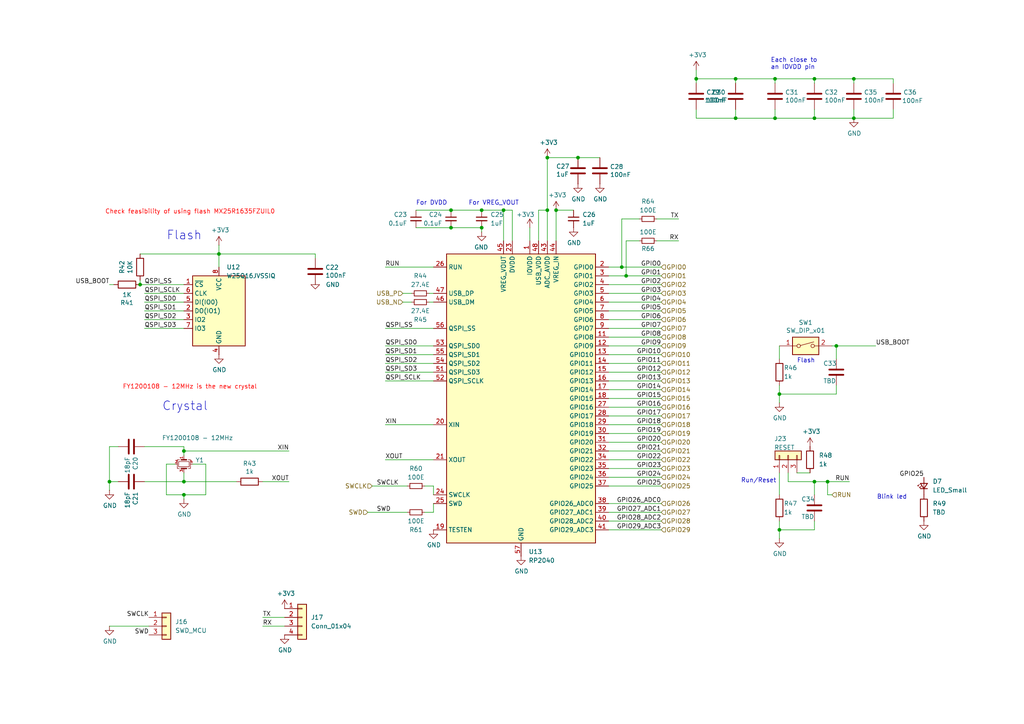
<source format=kicad_sch>
(kicad_sch (version 20231120) (generator "eeschema") (generator_version "8.0")
  (paper "A4")
  (lib_symbols
    (symbol "Connector_Generic:Conn_01x03" (pin_names (offset 1.016) hide)
      (property "Reference" "J" (at 0 5.08 0))
      (property "Value" "Conn_01x03" (at 0 -5.08 0))
      (symbol "Conn_01x03_1_1"
        (rectangle (start -1.27 -2.413) (end 0 -2.667) (stroke (width 0.1524)))
        (rectangle (start -1.27 0.127) (end 0 -0.127) (stroke (width 0.1524)))
        (rectangle (start -1.27 2.667) (end 0 2.413) (stroke (width 0.1524)))
        (rectangle (start -1.27 3.81) (end 1.27 -3.81) (stroke (width 0.254)) (fill (type background)))
        (pin passive line (at -5.08 2.54 0) (length 3.81) (name "Pin_1") (number "1"))
        (pin passive line (at -5.08 0 0) (length 3.81) (name "Pin_2") (number "2"))
        (pin passive line (at -5.08 -2.54 0) (length 3.81) (name "Pin_3") (number "3"))
      )
    )
    (symbol "Connector_Generic:Conn_01x04" (pin_names (offset 1.016) hide)
      (property "Reference" "J" (at 0 5.08 0))
      (property "Value" "Conn_01x04" (at 0 -7.62 0))
      (symbol "Conn_01x04_1_1"
        (rectangle (start -1.27 -4.953) (end 0 -5.207) (stroke (width 0.1524)))
        (rectangle (start -1.27 -2.413) (end 0 -2.667) (stroke (width 0.1524)))
        (rectangle (start -1.27 0.127) (end 0 -0.127) (stroke (width 0.1524)))
        (rectangle (start -1.27 2.667) (end 0 2.413) (stroke (width 0.1524)))
        (rectangle (start -1.27 3.81) (end 1.27 -6.35) (stroke (width 0.254)) (fill (type background)))
        (pin passive line (at -5.08 2.54 0) (length 3.81) (name "Pin_1") (number "1"))
        (pin passive line (at -5.08 0 0) (length 3.81) (name "Pin_2") (number "2"))
        (pin passive line (at -5.08 -2.54 0) (length 3.81) (name "Pin_3") (number "3"))
        (pin passive line (at -5.08 -5.08 0) (length 3.81) (name "Pin_4") (number "4"))
      )
    )
    (symbol "Device:C" (pin_numbers hide) (pin_names (offset 0.254))
      (property "Reference" "C" (at 0.635 2.54 0))
      (property "Value" "C" (at 0.635 -2.54 0))
      (symbol "C_0_1"
        (polyline (pts (xy -2.032 -0.762) (xy 2.032 -0.762)) (stroke (width 0.508)))
        (polyline (pts (xy -2.032 0.762) (xy 2.032 0.762)) (stroke (width 0.508)))
      )
      (symbol "C_1_1"
        (pin passive line (at 0 3.81 270) (length 2.794) (name "~") (number "1"))
        (pin passive line (at 0 -3.81 90) (length 2.794) (name "~") (number "2"))
      )
    )
    (symbol "Device:C_Small" (pin_numbers hide) (pin_names (offset 0.254) hide)
      (property "Reference" "C" (at 0.254 1.778 0))
      (property "Value" "C_Small" (at 0.254 -2.032 0))
      (symbol "C_Small_0_1"
        (polyline (pts (xy -1.524 -0.508) (xy 1.524 -0.508)) (stroke (width 0.3302)))
        (polyline (pts (xy -1.524 0.508) (xy 1.524 0.508)) (stroke (width 0.3048)))
      )
      (symbol "C_Small_1_1"
        (pin passive line (at 0 2.54 270) (length 2.032) (name "~") (number "1"))
        (pin passive line (at 0 -2.54 90) (length 2.032) (name "~") (number "2"))
      )
    )
    (symbol "Device:Crystal_GND24_Small" (pin_names (offset 1.016) hide)
      (property "Reference" "Y" (at 1.27 4.445 0))
      (property "Value" "Crystal_GND24_Small" (at 1.27 2.54 0))
      (symbol "Crystal_GND24_Small_0_1"
        (rectangle (start -0.762 -1.524) (end 0.762 1.524))
        (polyline (pts (xy -1.27 -0.762) (xy -1.27 0.762)) (stroke (width 0.381)))
        (polyline (pts (xy 1.27 -0.762) (xy 1.27 0.762)) (stroke (width 0.381)))
        (polyline (pts (xy -1.27 -1.27) (xy -1.27 -1.905) (xy 1.27 -1.905) (xy 1.27 -1.27)))
        (polyline (pts (xy -1.27 1.27) (xy -1.27 1.905) (xy 1.27 1.905) (xy 1.27 1.27)))
      )
      (symbol "Crystal_GND24_Small_1_1"
        (pin passive line (at -2.54 0 0) (length 1.27) (name "1") (number "1"))
        (pin passive line (at 0 -2.54 90) (length 0.635) (name "2") (number "2"))
        (pin passive line (at 2.54 0 180) (length 1.27) (name "3") (number "3"))
        (pin passive line (at 0 2.54 270) (length 0.635) (name "4") (number "4"))
      )
    )
    (symbol "Device:LED_Small" (pin_numbers hide) (pin_names (offset 0.254) hide)
      (property "Reference" "D" (at -1.27 3.175 0))
      (property "Value" "LED_Small" (at -4.445 -2.54 0))
      (symbol "LED_Small_0_1"
        (polyline (pts (xy -0.762 -1.016) (xy -0.762 1.016)) (stroke (width 0.254)))
        (polyline (pts (xy 1.016 0) (xy -0.762 0)))
        (polyline (pts (xy 0.762 -1.016) (xy -0.762 0) (xy 0.762 1.016) (xy 0.762 -1.016)) (stroke (width 0.254)))
        (polyline (pts (xy 0 0.762) (xy -0.508 1.27) (xy -0.254 1.27) (xy -0.508 1.27) (xy -0.508 1.016)))
        (polyline (pts (xy 0.508 1.27) (xy 0 1.778) (xy 0.254 1.778) (xy 0 1.778) (xy 0 1.524)))
      )
      (symbol "LED_Small_1_1"
        (pin passive line (at -2.54 0 0) (length 1.778) (name "K") (number "1"))
        (pin passive line (at 2.54 0 180) (length 1.778) (name "A") (number "2"))
      )
    )
    (symbol "Device:R" (pin_numbers hide) (pin_names (offset 0))
      (property "Reference" "R" (at 2.032 0 90))
      (property "Value" "R" (at 0 0 90))
      (symbol "R_0_1"
        (rectangle (start -1.016 -2.54) (end 1.016 2.54) (stroke (width 0.254)))
      )
      (symbol "R_1_1"
        (pin passive line (at 0 3.81 270) (length 1.27) (name "~") (number "1"))
        (pin passive line (at 0 -3.81 90) (length 1.27) (name "~") (number "2"))
      )
    )
    (symbol "Device:R_Small" (pin_numbers hide) (pin_names (offset 0.254) hide)
      (property "Reference" "R" (at 0.762 0.508 0))
      (property "Value" "R_Small" (at 0.762 -1.016 0))
      (symbol "R_Small_0_1"
        (rectangle (start -0.762 1.778) (end 0.762 -1.778) (stroke (width 0.2032)))
      )
      (symbol "R_Small_1_1"
        (pin passive line (at 0 2.54 270) (length 0.762) (name "~") (number "1"))
        (pin passive line (at 0 -2.54 90) (length 0.762) (name "~") (number "2"))
      )
    )
    (symbol "MCU_RaspberryPi:RP2040"
      (property "Reference" "U" (at 17.78 45.72 0))
      (property "Value" "RP2040" (at 17.78 43.18 0))
      (symbol "RP2040_0_1"
        (rectangle (start -21.59 41.91) (end 21.59 -41.91) (stroke (width 0.254)) (fill (type background)))
      )
      (symbol "RP2040_1_1"
        (pin power_in line (at 2.54 45.72 270) (length 3.81) (name "IOVDD") (number "1"))
        (pin passive line (at 2.54 45.72 270) (length 3.81) hide (name "IOVDD") (number "10"))
        (pin bidirectional line (at 25.4 17.78 180) (length 3.81) (name "GPIO8") (number "11"))
        (pin bidirectional line (at 25.4 15.24 180) (length 3.81) (name "GPIO9") (number "12"))
        (pin bidirectional line (at 25.4 12.7 180) (length 3.81) (name "GPIO10") (number "13"))
        (pin bidirectional line (at 25.4 10.16 180) (length 3.81) (name "GPIO11") (number "14"))
        (pin bidirectional line (at 25.4 7.62 180) (length 3.81) (name "GPIO12") (number "15"))
        (pin bidirectional line (at 25.4 5.08 180) (length 3.81) (name "GPIO13") (number "16"))
        (pin bidirectional line (at 25.4 2.54 180) (length 3.81) (name "GPIO14") (number "17"))
        (pin bidirectional line (at 25.4 0 180) (length 3.81) (name "GPIO15") (number "18"))
        (pin input line (at -25.4 -38.1 0) (length 3.81) (name "TESTEN") (number "19"))
        (pin bidirectional line (at 25.4 38.1 180) (length 3.81) (name "GPIO0") (number "2"))
        (pin input line (at -25.4 -7.62 0) (length 3.81) (name "XIN") (number "20"))
        (pin passive line (at -25.4 -17.78 0) (length 3.81) (name "XOUT") (number "21"))
        (pin passive line (at 2.54 45.72 270) (length 3.81) hide (name "IOVDD") (number "22"))
        (pin power_in line (at -2.54 45.72 270) (length 3.81) (name "DVDD") (number "23"))
        (pin input line (at -25.4 -27.94 0) (length 3.81) (name "SWCLK") (number "24"))
        (pin bidirectional line (at -25.4 -30.48 0) (length 3.81) (name "SWD") (number "25"))
        (pin input line (at -25.4 38.1 0) (length 3.81) (name "RUN") (number "26"))
        (pin bidirectional line (at 25.4 -2.54 180) (length 3.81) (name "GPIO16") (number "27"))
        (pin bidirectional line (at 25.4 -5.08 180) (length 3.81) (name "GPIO17") (number "28"))
        (pin bidirectional line (at 25.4 -7.62 180) (length 3.81) (name "GPIO18") (number "29"))
        (pin bidirectional line (at 25.4 35.56 180) (length 3.81) (name "GPIO1") (number "3"))
        (pin bidirectional line (at 25.4 -10.16 180) (length 3.81) (name "GPIO19") (number "30"))
        (pin bidirectional line (at 25.4 -12.7 180) (length 3.81) (name "GPIO20") (number "31"))
        (pin bidirectional line (at 25.4 -15.24 180) (length 3.81) (name "GPIO21") (number "32"))
        (pin passive line (at 2.54 45.72 270) (length 3.81) hide (name "IOVDD") (number "33"))
        (pin bidirectional line (at 25.4 -17.78 180) (length 3.81) (name "GPIO22") (number "34"))
        (pin bidirectional line (at 25.4 -20.32 180) (length 3.81) (name "GPIO23") (number "35"))
        (pin bidirectional line (at 25.4 -22.86 180) (length 3.81) (name "GPIO24") (number "36"))
        (pin bidirectional line (at 25.4 -25.4 180) (length 3.81) (name "GPIO25") (number "37"))
        (pin bidirectional line (at 25.4 -30.48 180) (length 3.81) (name "GPIO26_ADC0") (number "38"))
        (pin bidirectional line (at 25.4 -33.02 180) (length 3.81) (name "GPIO27_ADC1") (number "39"))
        (pin bidirectional line (at 25.4 33.02 180) (length 3.81) (name "GPIO2") (number "4"))
        (pin bidirectional line (at 25.4 -35.56 180) (length 3.81) (name "GPIO28_ADC2") (number "40"))
        (pin bidirectional line (at 25.4 -38.1 180) (length 3.81) (name "GPIO29_ADC3") (number "41"))
        (pin passive line (at 2.54 45.72 270) (length 3.81) hide (name "IOVDD") (number "42"))
        (pin power_in line (at 7.62 45.72 270) (length 3.81) (name "ADC_AVDD") (number "43"))
        (pin power_in line (at 10.16 45.72 270) (length 3.81) (name "VREG_IN") (number "44"))
        (pin power_out line (at -5.08 45.72 270) (length 3.81) (name "VREG_VOUT") (number "45"))
        (pin bidirectional line (at -25.4 27.94 0) (length 3.81) (name "USB_DM") (number "46"))
        (pin bidirectional line (at -25.4 30.48 0) (length 3.81) (name "USB_DP") (number "47"))
        (pin power_in line (at 5.08 45.72 270) (length 3.81) (name "USB_VDD") (number "48"))
        (pin passive line (at 2.54 45.72 270) (length 3.81) hide (name "IOVDD") (number "49"))
        (pin bidirectional line (at 25.4 30.48 180) (length 3.81) (name "GPIO3") (number "5"))
        (pin passive line (at -2.54 45.72 270) (length 3.81) hide (name "DVDD") (number "50"))
        (pin bidirectional line (at -25.4 7.62 0) (length 3.81) (name "QSPI_SD3") (number "51"))
        (pin output line (at -25.4 5.08 0) (length 3.81) (name "QSPI_SCLK") (number "52"))
        (pin bidirectional line (at -25.4 15.24 0) (length 3.81) (name "QSPI_SD0") (number "53"))
        (pin bidirectional line (at -25.4 10.16 0) (length 3.81) (name "QSPI_SD2") (number "54"))
        (pin bidirectional line (at -25.4 12.7 0) (length 3.81) (name "QSPI_SD1") (number "55"))
        (pin bidirectional line (at -25.4 20.32 0) (length 3.81) (name "QSPI_SS") (number "56"))
        (pin power_in line (at 0 -45.72 90) (length 3.81) (name "GND") (number "57"))
        (pin bidirectional line (at 25.4 27.94 180) (length 3.81) (name "GPIO4") (number "6"))
        (pin bidirectional line (at 25.4 25.4 180) (length 3.81) (name "GPIO5") (number "7"))
        (pin bidirectional line (at 25.4 22.86 180) (length 3.81) (name "GPIO6") (number "8"))
        (pin bidirectional line (at 25.4 20.32 180) (length 3.81) (name "GPIO7") (number "9"))
      )
    )
    (symbol "Memory_Flash:W25Q32JVSS"
      (property "Reference" "U" (at -6.35 11.43 0))
      (property "Value" "W25Q32JVSS" (at 7.62 11.43 0))
      (symbol "W25Q32JVSS_0_1"
        (rectangle (start -7.62 10.16) (end 7.62 -10.16) (stroke (width 0.254)) (fill (type background)))
      )
      (symbol "W25Q32JVSS_1_1"
        (pin input line (at -10.16 7.62 0) (length 2.54) (name "~{CS}") (number "1"))
        (pin bidirectional line (at -10.16 0 0) (length 2.54) (name "DO(IO1)") (number "2"))
        (pin bidirectional line (at -10.16 -2.54 0) (length 2.54) (name "IO2") (number "3"))
        (pin power_in line (at 0 -12.7 90) (length 2.54) (name "GND") (number "4"))
        (pin bidirectional line (at -10.16 2.54 0) (length 2.54) (name "DI(IO0)") (number "5"))
        (pin input line (at -10.16 5.08 0) (length 2.54) (name "CLK") (number "6"))
        (pin bidirectional line (at -10.16 -5.08 0) (length 2.54) (name "IO3") (number "7"))
        (pin power_in line (at 0 12.7 270) (length 2.54) (name "VCC") (number "8"))
      )
    )
    (symbol "Switch:SW_DIP_x01" (pin_names (offset 0) hide)
      (property "Reference" "SW" (at 0 3.81 0))
      (property "Value" "SW_DIP_x01" (at 0 -3.81 0))
      (symbol "SW_DIP_x01_0_0"
        (circle (center -2.032 0) (radius 0.508))
        (polyline (pts (xy -1.524 0.127) (xy 2.3622 1.1684)))
        (circle (center 2.032 0) (radius 0.508))
      )
      (symbol "SW_DIP_x01_0_1"
        (rectangle (start -3.81 2.54) (end 3.81 -2.54) (stroke (width 0.254)) (fill (type background)))
      )
      (symbol "SW_DIP_x01_1_1"
        (pin passive line (at -7.62 0 0) (length 5.08) (name "~") (number "1"))
        (pin passive line (at 7.62 0 180) (length 5.08) (name "~") (number "2"))
      )
    )
    (symbol "power:+3V3" (power) (pin_numbers hide) (pin_names (offset 0) hide)
      (property "Value" "+3V3" (at 0 3.556 0))
      (symbol "+3V3_0_1"
        (polyline (pts (xy -0.762 1.27) (xy 0 2.54)))
        (polyline (pts (xy 0 0) (xy 0 2.54)))
        (polyline (pts (xy 0 2.54) (xy 0.762 1.27)))
      )
      (symbol "+3V3_1_1"
        (pin power_in line (at 0 0 90) (length 0) (name "~") (number "1"))
      )
    )
    (symbol "power:GND" (power) (pin_numbers hide) (pin_names (offset 0) hide)
      (property "Value" "GND" (at 0 -3.81 0))
      (symbol "GND_0_1"
        (polyline (pts (xy 0 0) (xy 0 -1.27) (xy 1.27 -1.27) (xy 0 -2.54) (xy -1.27 -1.27) (xy 0 -1.27)))
      )
      (symbol "GND_1_1"
        (pin power_in line (at 0 0 270) (length 0) (name "~") (number "1"))
      )
    )
  )
  (junction (at 130.81 60.96))
  (junction (at 53.34 130.81))
  (junction (at 236.22 139.7))
  (junction (at 167.64 45.72))
  (junction (at 158.75 45.72))
  (junction (at 242.57 100.33))
  (junction (at 146.05 60.96))
  (junction (at 240.03 139.7))
  (junction (at 63.5 73.66))
  (junction (at 31.75 139.7))
  (junction (at 139.7 60.96))
  (junction (at 180.34 77.47))
  (junction (at 224.79 22.86))
  (junction (at 161.29 60.96))
  (junction (at 158.75 60.96))
  (junction (at 201.93 22.86))
  (junction (at 53.34 139.7))
  (junction (at 224.79 34.29))
  (junction (at 247.65 22.86))
  (junction (at 226.06 114.3))
  (junction (at 226.06 153.67))
  (junction (at 213.36 34.29))
  (junction (at 53.34 143.51))
  (junction (at 213.36 22.86))
  (junction (at 236.22 34.29))
  (junction (at 40.64 82.55))
  (junction (at 247.65 34.29))
  (junction (at 236.22 22.86))
  (junction (at 181.61 80.01))
  (junction (at 130.81 66.04))
  (junction (at 139.7 66.04))
  (wire (pts (xy 176.53 113.03) (xy 191.77 113.03)))
  (wire (pts (xy 59.69 134.62) (xy 59.69 143.51)))
  (wire (pts (xy 226.06 100.33) (xy 226.06 104.14)))
  (wire (pts (xy 153.67 66.04) (xy 153.67 69.85)))
  (wire (pts (xy 31.75 139.7) (xy 31.75 142.24)))
  (wire (pts (xy 242.57 100.33) (xy 254 100.33)))
  (wire (pts (xy 40.64 82.55) (xy 53.34 82.55)))
  (wire (pts (xy 53.34 95.25) (xy 41.91 95.25)))
  (wire (pts (xy 120.65 66.04) (xy 130.81 66.04)))
  (wire (pts (xy 111.76 100.33) (xy 125.73 100.33)))
  (wire (pts (xy 181.61 80.01) (xy 191.77 80.01)))
  (wire (pts (xy 236.22 24.13) (xy 236.22 22.86)))
  (wire (pts (xy 48.26 134.62) (xy 50.8 134.62)))
  (wire (pts (xy 158.75 60.96) (xy 158.75 69.85)))
  (wire (pts (xy 226.06 153.67) (xy 226.06 156.21)))
  (wire (pts (xy 124.46 85.09) (xy 125.73 85.09)))
  (wire (pts (xy 148.59 69.85) (xy 148.59 60.96)))
  (wire (pts (xy 176.53 110.49) (xy 191.77 110.49)))
  (wire (pts (xy 176.53 105.41) (xy 191.77 105.41)))
  (wire (pts (xy 124.46 87.63) (xy 125.73 87.63)))
  (wire (pts (xy 176.53 102.87) (xy 191.77 102.87)))
  (wire (pts (xy 63.5 71.12) (xy 63.5 73.66)))
  (wire (pts (xy 224.79 22.86) (xy 236.22 22.86)))
  (wire (pts (xy 53.34 139.7) (xy 68.58 139.7)))
  (wire (pts (xy 176.53 133.35) (xy 191.77 133.35)))
  (wire (pts (xy 201.93 24.13) (xy 201.93 22.86)))
  (wire (pts (xy 53.34 90.17) (xy 41.91 90.17)))
  (wire (pts (xy 31.75 129.54) (xy 31.75 139.7)))
  (wire (pts (xy 240.03 139.7) (xy 246.38 139.7)))
  (wire (pts (xy 125.73 110.49) (xy 111.76 110.49)))
  (wire (pts (xy 259.08 31.75) (xy 259.08 34.29)))
  (wire (pts (xy 176.53 95.25) (xy 191.77 95.25)))
  (wire (pts (xy 176.53 135.89) (xy 191.77 135.89)))
  (wire (pts (xy 236.22 34.29) (xy 224.79 34.29)))
  (wire (pts (xy 91.44 74.93) (xy 91.44 73.66)))
  (wire (pts (xy 176.53 115.57) (xy 191.77 115.57)))
  (wire (pts (xy 231.14 137.16) (xy 234.95 137.16)))
  (wire (pts (xy 31.75 181.61) (xy 43.18 181.61)))
  (wire (pts (xy 34.29 129.54) (xy 31.75 129.54)))
  (wire (pts (xy 53.34 143.51) (xy 59.69 143.51)))
  (wire (pts (xy 236.22 31.75) (xy 236.22 34.29)))
  (wire (pts (xy 224.79 24.13) (xy 224.79 22.86)))
  (wire (pts (xy 125.73 95.25) (xy 111.76 95.25)))
  (wire (pts (xy 247.65 24.13) (xy 247.65 22.86)))
  (wire (pts (xy 224.79 31.75) (xy 224.79 34.29)))
  (wire (pts (xy 226.06 151.13) (xy 226.06 153.67)))
  (wire (pts (xy 228.6 139.7) (xy 236.22 139.7)))
  (wire (pts (xy 176.53 92.71) (xy 191.77 92.71)))
  (wire (pts (xy 167.64 45.72) (xy 173.99 45.72)))
  (wire (pts (xy 148.59 60.96) (xy 146.05 60.96)))
  (wire (pts (xy 146.05 60.96) (xy 146.05 69.85)))
  (wire (pts (xy 161.29 60.96) (xy 161.29 69.85)))
  (wire (pts (xy 190.5 69.85) (xy 196.85 69.85)))
  (wire (pts (xy 34.29 139.7) (xy 31.75 139.7)))
  (wire (pts (xy 41.91 85.09) (xy 53.34 85.09)))
  (wire (pts (xy 111.76 107.95) (xy 125.73 107.95)))
  (wire (pts (xy 158.75 45.72) (xy 158.75 60.96)))
  (wire (pts (xy 259.08 34.29) (xy 247.65 34.29)))
  (wire (pts (xy 190.5 63.5) (xy 196.85 63.5)))
  (wire (pts (xy 236.22 22.86) (xy 247.65 22.86)))
  (wire (pts (xy 176.53 140.97) (xy 191.77 140.97)))
  (wire (pts (xy 116.84 85.09) (xy 119.38 85.09)))
  (wire (pts (xy 241.3 143.51) (xy 240.03 143.51)))
  (wire (pts (xy 240.03 143.51) (xy 240.03 139.7)))
  (wire (pts (xy 166.37 60.96) (xy 161.29 60.96)))
  (wire (pts (xy 226.06 114.3) (xy 226.06 116.84)))
  (wire (pts (xy 53.34 92.71) (xy 41.91 92.71)))
  (wire (pts (xy 236.22 151.13) (xy 236.22 153.67)))
  (wire (pts (xy 41.91 129.54) (xy 53.34 129.54)))
  (wire (pts (xy 228.6 137.16) (xy 228.6 139.7)))
  (wire (pts (xy 213.36 31.75) (xy 213.36 34.29)))
  (wire (pts (xy 181.61 69.85) (xy 181.61 80.01)))
  (wire (pts (xy 176.53 130.81) (xy 191.77 130.81)))
  (wire (pts (xy 176.53 118.11) (xy 191.77 118.11)))
  (wire (pts (xy 176.53 77.47) (xy 180.34 77.47)))
  (wire (pts (xy 201.93 22.86) (xy 213.36 22.86)))
  (wire (pts (xy 111.76 102.87) (xy 125.73 102.87)))
  (wire (pts (xy 180.34 63.5) (xy 180.34 77.47)))
  (wire (pts (xy 213.36 24.13) (xy 213.36 22.86)))
  (wire (pts (xy 176.53 97.79) (xy 191.77 97.79)))
  (wire (pts (xy 158.75 45.72) (xy 167.64 45.72)))
  (wire (pts (xy 125.73 140.97) (xy 125.73 143.51)))
  (wire (pts (xy 247.65 22.86) (xy 259.08 22.86)))
  (wire (pts (xy 116.84 87.63) (xy 119.38 87.63)))
  (wire (pts (xy 185.42 63.5) (xy 180.34 63.5)))
  (wire (pts (xy 53.34 130.81) (xy 53.34 129.54)))
  (wire (pts (xy 213.36 22.86) (xy 224.79 22.86)))
  (wire (pts (xy 176.53 153.67) (xy 191.77 153.67)))
  (wire (pts (xy 156.21 60.96) (xy 158.75 60.96)))
  (wire (pts (xy 176.53 120.65) (xy 191.77 120.65)))
  (wire (pts (xy 48.26 143.51) (xy 53.34 143.51)))
  (wire (pts (xy 176.53 151.13) (xy 191.77 151.13)))
  (wire (pts (xy 181.61 69.85) (xy 185.42 69.85)))
  (wire (pts (xy 242.57 114.3) (xy 226.06 114.3)))
  (wire (pts (xy 242.57 100.33) (xy 241.3 100.33)))
  (wire (pts (xy 76.2 181.61) (xy 82.55 181.61)))
  (wire (pts (xy 53.34 137.16) (xy 53.34 139.7)))
  (wire (pts (xy 247.65 34.29) (xy 236.22 34.29)))
  (wire (pts (xy 63.5 73.66) (xy 63.5 77.47)))
  (wire (pts (xy 176.53 107.95) (xy 191.77 107.95)))
  (wire (pts (xy 48.26 134.62) (xy 48.26 143.51)))
  (wire (pts (xy 226.06 111.76) (xy 226.06 114.3)))
  (wire (pts (xy 180.34 77.47) (xy 191.77 77.47)))
  (wire (pts (xy 226.06 137.16) (xy 226.06 143.51)))
  (wire (pts (xy 176.53 85.09) (xy 191.77 85.09)))
  (wire (pts (xy 41.91 139.7) (xy 53.34 139.7)))
  (wire (pts (xy 53.34 144.78) (xy 53.34 143.51)))
  (wire (pts (xy 123.19 140.97) (xy 125.73 140.97)))
  (wire (pts (xy 76.2 139.7) (xy 83.82 139.7)))
  (wire (pts (xy 242.57 111.76) (xy 242.57 114.3)))
  (wire (pts (xy 242.57 100.33) (xy 242.57 104.14)))
  (wire (pts (xy 201.93 20.32) (xy 201.93 22.86)))
  (wire (pts (xy 53.34 87.63) (xy 41.91 87.63)))
  (wire (pts (xy 176.53 90.17) (xy 191.77 90.17)))
  (wire (pts (xy 236.22 153.67) (xy 226.06 153.67)))
  (wire (pts (xy 125.73 77.47) (xy 111.76 77.47)))
  (wire (pts (xy 139.7 67.31) (xy 139.7 66.04)))
  (wire (pts (xy 176.53 146.05) (xy 191.77 146.05)))
  (wire (pts (xy 106.68 148.59) (xy 118.11 148.59)))
  (wire (pts (xy 213.36 34.29) (xy 201.93 34.29)))
  (wire (pts (xy 120.65 60.96) (xy 130.81 60.96)))
  (wire (pts (xy 176.53 80.01) (xy 181.61 80.01)))
  (wire (pts (xy 91.44 73.66) (xy 63.5 73.66)))
  (wire (pts (xy 107.95 140.97) (xy 118.11 140.97)))
  (wire (pts (xy 125.73 133.35) (xy 111.76 133.35)))
  (wire (pts (xy 40.64 73.66) (xy 63.5 73.66)))
  (wire (pts (xy 130.81 66.04) (xy 139.7 66.04)))
  (wire (pts (xy 111.76 123.19) (xy 125.73 123.19)))
  (wire (pts (xy 139.7 60.96) (xy 146.05 60.96)))
  (wire (pts (xy 123.19 148.59) (xy 125.73 148.59)))
  (wire (pts (xy 201.93 31.75) (xy 201.93 34.29)))
  (wire (pts (xy 125.73 148.59) (xy 125.73 146.05)))
  (wire (pts (xy 247.65 31.75) (xy 247.65 34.29)))
  (wire (pts (xy 91.44 82.55) (xy 91.44 81.28)))
  (wire (pts (xy 224.79 34.29) (xy 213.36 34.29)))
  (wire (pts (xy 156.21 69.85) (xy 156.21 60.96)))
  (wire (pts (xy 53.34 130.81) (xy 83.82 130.81)))
  (wire (pts (xy 236.22 139.7) (xy 236.22 143.51)))
  (wire (pts (xy 259.08 24.13) (xy 259.08 22.86)))
  (wire (pts (xy 176.53 123.19) (xy 191.77 123.19)))
  (wire (pts (xy 176.53 87.63) (xy 191.77 87.63)))
  (wire (pts (xy 40.64 81.28) (xy 40.64 82.55)))
  (wire (pts (xy 176.53 138.43) (xy 191.77 138.43)))
  (wire (pts (xy 53.34 130.81) (xy 53.34 132.08)))
  (wire (pts (xy 130.81 60.96) (xy 139.7 60.96)))
  (wire (pts (xy 111.76 105.41) (xy 125.73 105.41)))
  (wire (pts (xy 76.2 179.07) (xy 82.55 179.07)))
  (wire (pts (xy 33.02 82.55) (xy 31.75 82.55)))
  (wire (pts (xy 236.22 139.7) (xy 240.03 139.7)))
  (wire (pts (xy 176.53 100.33) (xy 191.77 100.33)))
  (wire (pts (xy 176.53 128.27) (xy 191.77 128.27)))
  (wire (pts (xy 55.88 134.62) (xy 59.69 134.62)))
  (wire (pts (xy 176.53 125.73) (xy 191.77 125.73)))
  (wire (pts (xy 176.53 82.55) (xy 191.77 82.55)))
  (wire (pts (xy 176.53 148.59) (xy 191.77 148.59)))
  (text "Flash\n" (at 231.14 105.41 0) (effects (font (size 1.27 1.27)) (justify left bottom)))
  (text "Run/Reset\n" (at 214.884 140.208 0) (effects (font (size 1.27 1.27)) (justify left bottom)))
  (text "Crystal" (at 46.99 119.38 0) (effects (font (size 2.54 2.54)) (justify left bottom)))
  (text "Blink led\n" (at 254.3153 144.9652 0) (effects (font (size 1.27 1.27)) (justify left bottom)))
  (text "For VREG_VOUT" (at 135.89 59.69 0) (effects (font (size 1.27 1.27)) (justify left bottom)))
  (text "Flash" (at 48.26 69.85 0) (effects (font (size 2.54 2.54)) (justify left bottom)))
  (text "Each close to\nan IOVDD pin" (at 223.52 20.32 0) (effects (font (size 1.27 1.27)) (justify left bottom)))
  (text "FY1200108 - 12MHz is the new crystal\n" (at 35.56 113.03 0) (effects (font (size 1.27 1.27)) (justify left bottom)))
  (text "Check feasibility of using flash MX25R1635FZUIL0" (at 30.48 62.23 0) (effects (font (size 1.27 1.27)) (justify left bottom)))
  (text "For DVDD" (at 120.65 59.69 0) (effects (font (size 1.27 1.27)) (justify left bottom)))
  (label "RUN" (at 111.76 77.47 0))
  (label "GPIO6" (at 191.77 92.71 180))
  (label "GPIO1" (at 191.77 80.01 180))
  (label "GPIO24" (at 191.77 138.43 180))
  (label "GPIO11" (at 191.77 105.41 180))
  (label "GPIO14" (at 191.77 113.03 180))
  (label "SWD" (at 43.18 184.15 180))
  (label "QSPI_SD2" (at 111.76 105.41 0))
  (label "GPIO29_ADC3" (at 191.77 153.67 180))
  (label "USB_BOOT" (at 254 100.33 0))
  (label "QSPI_SD2" (at 41.91 92.71 0))
  (label "GPIO15" (at 191.77 115.57 180))
  (label "GPIO13" (at 191.77 110.49 180))
  (label "GPIO8" (at 191.77 97.79 180))
  (label "QSPI_SCLK" (at 111.76 110.49 0))
  (label "QSPI_SCLK" (at 41.91 85.09 0))
  (label "GPIO16" (at 191.77 118.11 180))
  (label "XOUT" (at 83.82 139.7 180))
  (label "GPIO17" (at 191.77 120.65 180))
  (label "GPIO25" (at 191.77 140.97 180))
  (label "GPIO28_ADC2" (at 191.77 151.13 180))
  (label "GPIO5" (at 191.77 90.17 180))
  (label "GPIO10" (at 191.77 102.87 180))
  (label "GPIO25" (at 267.97 138.43 180))
  (label "RX" (at 76.2 181.61 0))
  (label "GPIO0" (at 191.77 77.47 180))
  (label "GPIO12" (at 191.77 107.95 180))
  (label "SWCLK" (at 43.18 179.07 180))
  (label "GPIO20" (at 191.77 128.27 180))
  (label "QSPI_SD1" (at 41.91 90.17 0))
  (label "QSPI_SS" (at 41.91 82.55 0))
  (label "TX" (at 76.2 179.07 0))
  (label "GPIO9" (at 191.77 100.33 180))
  (label "GPIO7" (at 191.77 95.25 180))
  (label "GPIO26_ADC0" (at 191.77 146.05 180))
  (label "XIN" (at 111.76 123.19 0))
  (label "QSPI_SD1" (at 111.76 102.87 0))
  (label "QSPI_SD3" (at 41.91 95.25 0))
  (label "GPIO4" (at 191.77 87.63 180))
  (label "GPIO3" (at 191.77 85.09 180))
  (label "QSPI_SD3" (at 111.76 107.95 0))
  (label "GPIO2" (at 191.77 82.55 180))
  (label "XOUT" (at 111.76 133.35 0))
  (label "USB_BOOT" (at 31.75 82.55 180))
  (label "XIN" (at 83.82 130.81 180))
  (label "QSPI_SD0" (at 111.76 100.33 0))
  (label "TX" (at 196.85 63.5 180))
  (label "GPIO19" (at 191.77 125.73 180))
  (label "SWD" (at 109.22 148.59 0))
  (label "RUN" (at 246.38 139.7 180))
  (label "SWCLK" (at 109.22 140.97 0))
  (label "GPIO21" (at 191.77 130.81 180))
  (label "GPIO18" (at 191.77 123.19 180))
  (label "GPIO23" (at 191.77 135.89 180))
  (label "QSPI_SD0" (at 41.91 87.63 0))
  (label "GPIO22" (at 191.77 133.35 180))
  (label "QSPI_SS" (at 111.76 95.25 0))
  (label "RX" (at 196.85 69.85 180))
  (label "GPIO27_ADC1" (at 191.77 148.59 180))
  (hierarchical_label "RUN" (shape input) (at 241.3 143.51 0))
  (hierarchical_label "GPIO20" (shape input) (at 191.77 128.27 0))
  (hierarchical_label "GPIO8" (shape input) (at 191.77 97.79 0))
  (hierarchical_label "GPIO11" (shape input) (at 191.77 105.41 0))
  (hierarchical_label "SWCLK" (shape input) (at 107.95 140.97 180))
  (hierarchical_label "GPIO14" (shape input) (at 191.77 113.03 0))
  (hierarchical_label "GPIO19" (shape input) (at 191.77 125.73 0))
  (hierarchical_label "GPIO29" (shape input) (at 191.77 153.67 0))
  (hierarchical_label "USB_P" (shape input) (at 116.84 85.09 180))
  (hierarchical_label "GPIO1" (shape input) (at 191.77 80.01 0))
  (hierarchical_label "GPIO21" (shape input) (at 191.77 130.81 0))
  (hierarchical_label "GPIO17" (shape input) (at 191.77 120.65 0))
  (hierarchical_label "SWD" (shape input) (at 106.68 148.59 180))
  (hierarchical_label "GPIO27" (shape input) (at 191.77 148.59 0))
  (hierarchical_label "GPIO4" (shape input) (at 191.77 87.63 0))
  (hierarchical_label "GPIO16" (shape input) (at 191.77 118.11 0))
  (hierarchical_label "GPIO3" (shape input) (at 191.77 85.09 0))
  (hierarchical_label "GPIO5" (shape input) (at 191.77 90.17 0))
  (hierarchical_label "GPIO24" (shape input) (at 191.77 138.43 0))
  (hierarchical_label "GPIO9" (shape input) (at 191.77 100.33 0))
  (hierarchical_label "GPIO28" (shape input) (at 191.77 151.13 0))
  (hierarchical_label "GPIO25" (shape input) (at 191.77 140.97 0))
  (hierarchical_label "USB_N" (shape input) (at 116.84 87.63 180))
  (hierarchical_label "GPIO22" (shape input) (at 191.77 133.35 0))
  (hierarchical_label "GPIO6" (shape input) (at 191.77 92.71 0))
  (hierarchical_label "GPIO0" (shape input) (at 191.77 77.47 0))
  (hierarchical_label "GPIO18" (shape input) (at 191.77 123.19 0))
  (hierarchical_label "GPIO15" (shape input) (at 191.77 115.57 0))
  (hierarchical_label "GPIO26" (shape input) (at 191.77 146.05 0))
  (hierarchical_label "GPIO23" (shape input) (at 191.77 135.89 0))
  (hierarchical_label "GPIO13" (shape input) (at 191.77 110.49 0))
  (hierarchical_label "GPIO10" (shape input) (at 191.77 102.87 0))
  (hierarchical_label "GPIO7" (shape input) (at 191.77 95.25 0))
  (hierarchical_label "GPIO12" (shape input) (at 191.77 107.95 0))
  (hierarchical_label "GPIO2" (shape input) (at 191.77 82.55 0))
  (symbol (lib_id "Device:C") (at 38.1 129.54 270) (unit 1)
    (property "Reference" "C20" (at 39.2684 132.461 0) (effects (justify left)))
    (property "Value" "18pF" (at 36.957 132.461 0) (effects (justify left)))
    (property "Footprint" "Capacitor_SMD:C_0603_1608Metric" (effects (hide yes)))
    (property "Description" "Unpolarized capacitor" (effects (hide yes)))
    (instances (project "DUT_Interface_board_v0.2" (path "" (reference "C20") (unit 1)) (path "" (reference "C37") (unit 1))))
  )
  (symbol (lib_id "power:+3V3") (at 234.95 129.54 0) (unit 1)
    (property "Reference" "#PWR0112" (effects (hide yes)))
    (property "Value" "+3V3" (at 235.331 125.1458 0))
    (property "Description" "Power symbol creates a global label with name \"+3V3\"" (effects (hide yes)))
    (instances (project "DUT_Interface_board_v0.2" (path "" (reference "#PWR0112") (unit 1)) (path "" (reference "#PWR0135") (unit 1))))
  )
  (symbol (lib_id "Device:C") (at 242.57 107.95 0) (unit 1)
    (property "Reference" "C33" (at 238.76 105.41 0) (effects (justify left)))
    (property "Value" "TBD" (at 238.76 110.49 0) (effects (justify left)))
    (property "Footprint" "Capacitor_SMD:C_0603_1608Metric_Pad1.08x0.95mm_HandSolder" (effects (hide yes)))
    (property "Description" "Unpolarized capacitor" (effects (hide yes)))
    (instances (project "DUT_Interface_board_v0.2" (path "" (reference "C33") (unit 1)) (path "" (reference "C50") (unit 1))))
  )
  (symbol (lib_id "Device:C") (at 173.99 49.53 0) (unit 1)
    (property "Reference" "C28" (at 176.911 48.3616 0) (effects (justify left)))
    (property "Value" "100nF" (at 176.911 50.673 0) (effects (justify left)))
    (property "Footprint" "Capacitor_SMD:C_0402_1005Metric_Pad0.74x0.62mm_HandSolder" (effects (hide yes)))
    (property "Description" "Unpolarized capacitor" (effects (hide yes)))
    (instances (project "DUT_Interface_board_v0.2" (path "" (reference "C28") (unit 1)) (path "" (reference "C45") (unit 1))))
  )
  (symbol (lib_id "Device:R_Small") (at 187.96 63.5 90) (unit 1)
    (property "Reference" "R64" (at 187.96 58.42 90))
    (property "Value" "100E" (at 187.96 60.96 90))
    (property "Footprint" "Resistor_SMD:R_0603_1608Metric" (effects (hide yes)))
    (property "Description" "Resistor, small symbol" (effects (hide yes)))
    (instances (project "DUT_Interface_board_v0.2" (path "" (reference "R64") (unit 1)) (path "" (reference "R65") (unit 1))))
  )
  (symbol (lib_id "Device:C") (at 236.22 147.32 0) (unit 1)
    (property "Reference" "C34" (at 232.41 144.78 0) (effects (justify left)))
    (property "Value" "TBD" (at 232.41 149.86 0) (effects (justify left)))
    (property "Footprint" "Capacitor_SMD:C_0603_1608Metric" (effects (hide yes)))
    (property "Description" "Unpolarized capacitor" (effects (hide yes)))
    (instances (project "DUT_Interface_board_v0.2" (path "" (reference "C34") (unit 1)) (path "" (reference "C51") (unit 1))))
  )
  (symbol (lib_id "power:GND") (at 151.13 161.29 0) (unit 1)
    (property "Reference" "#PWR0102" (effects (hide yes)))
    (property "Value" "GND" (at 151.257 165.6842 0))
    (property "Description" "Power symbol creates a global label with name \"GND\" , ground" (effects (hide yes)))
    (instances (project "DUT_Interface_board_v0.2" (path "" (reference "#PWR0102") (unit 1)) (path "" (reference "#PWR0125") (unit 1))))
  )
  (symbol (lib_id "Device:R_Small") (at 120.65 148.59 90) (mirror x) (unit 1)
    (property "Reference" "R61" (at 120.65 153.67 90))
    (property "Value" "100E" (at 120.65 151.13 90))
    (property "Footprint" "Resistor_SMD:R_0603_1608Metric" (effects (hide yes)))
    (property "Description" "Resistor, small symbol" (effects (hide yes)))
    (instances (project "DUT_Interface_board_v0.2" (path "" (reference "R61") (unit 1)) (path "" (reference "R63") (unit 1))))
  )
  (symbol (lib_id "Device:C_Small") (at 166.37 63.5 0) (unit 1)
    (property "Reference" "C26" (at 168.91 62.2362 0) (effects (justify left)))
    (property "Value" "1uF" (at 168.91 64.7762 0) (effects (justify left)))
    (property "Footprint" "Capacitor_SMD:C_0402_1005Metric_Pad0.74x0.62mm_HandSolder" (effects (hide yes)))
    (property "Description" "Unpolarized capacitor, small symbol" (effects (hide yes)))
    (instances (project "DUT_Interface_board_v0.2" (path "" (reference "C26") (unit 1)) (path "" (reference "C43") (unit 1))))
  )
  (symbol (lib_id "power:GND") (at 125.73 153.67 0) (unit 1)
    (property "Reference" "#PWR0100" (effects (hide yes)))
    (property "Value" "GND" (at 125.857 158.0642 0))
    (property "Description" "Power symbol creates a global label with name \"GND\" , ground" (effects (hide yes)))
    (instances (project "DUT_Interface_board_v0.2" (path "" (reference "#PWR0100") (unit 1)) (path "" (reference "#PWR0123") (unit 1))))
  )
  (symbol (lib_id "Device:R") (at 267.97 147.32 0) (unit 1)
    (property "Reference" "R49" (at 270.51 146.05 0) (effects (justify left)))
    (property "Value" "TBD" (at 270.51 148.59 0) (effects (justify left)))
    (property "Footprint" "Resistor_SMD:R_0603_1608Metric" (effects (hide yes)))
    (property "Description" "Resistor" (effects (hide yes)))
    (instances (project "DUT_Interface_board_v0.2" (path "" (reference "R49") (unit 1)) (path "" (reference "R58") (unit 1))))
  )
  (symbol (lib_id "Device:R") (at 226.06 107.95 0) (unit 1)
    (property "Reference" "R46" (at 227.33 106.68 0) (effects (justify left)))
    (property "Value" "1k" (at 227.33 109.22 0) (effects (justify left)))
    (property "Footprint" "Resistor_SMD:R_0603_1608Metric" (effects (hide yes)))
    (property "Description" "Resistor" (effects (hide yes)))
    (instances (project "DUT_Interface_board_v0.2" (path "" (reference "R46") (unit 1)) (path "" (reference "R55") (unit 1))))
  )
  (symbol (lib_id "Connector_Generic:Conn_01x03") (at 228.6 132.08 90) (unit 1)
    (property "Reference" "J23" (at 224.536 127.254 90) (effects (justify right)))
    (property "Value" "RESET" (at 224.536 129.794 90) (effects (justify right)))
    (property "Footprint" "Connector_PinHeader_2.54mm:PinHeader_1x03_P2.54mm_Vertical" (effects (hide yes)))
    (property "Description" "Generic connector, single row, 01x03, script generated (kicad-library-utils/schlib/autogen/connector/)" (effects (hide yes)))
    (property "AVAILABILITY" "JST - 3 Pin 2.54mm" (effects (hide yes)))
    (instances (project "DUT_Interface_board_v0.2" (path "" (reference "J23") (unit 1)) (path "" (reference "J24") (unit 1))))
  )
  (symbol (lib_id "power:+3V3") (at 161.29 60.96 0) (unit 1)
    (property "Reference" "#PWR0105" (effects (hide yes)))
    (property "Value" "+3V3" (at 161.671 56.5658 0))
    (property "Description" "Power symbol creates a global label with name \"+3V3\"" (effects (hide yes)))
    (instances (project "DUT_Interface_board_v0.2" (path "" (reference "#PWR0105") (unit 1)) (path "" (reference "#PWR0128") (unit 1))))
  )
  (symbol (lib_id "Device:R_Small") (at 121.92 87.63 90) (mirror x) (unit 1)
    (property "Reference" "R45" (at 121.92 92.71 90))
    (property "Value" "27.4E" (at 121.92 90.17 90))
    (property "Footprint" "Resistor_SMD:R_0402_1005Metric_Pad0.72x0.64mm_HandSolder" (effects (hide yes)))
    (property "Description" "Resistor, small symbol" (effects (hide yes)))
    (instances (project "DUT_Interface_board_v0.2" (path "" (reference "R45") (unit 1)) (path "" (reference "R54") (unit 1))))
  )
  (symbol (lib_id "Device:C") (at 91.44 78.74 0) (unit 1)
    (property "Reference" "C22" (at 94.361 77.5716 0) (effects (justify left)))
    (property "Value" "100nF" (at 94.361 79.883 0) (effects (justify left)))
    (property "Footprint" "Capacitor_SMD:C_0603_1608Metric" (effects (hide yes)))
    (property "Description" "Unpolarized capacitor" (effects (hide yes)))
    (instances (project "DUT_Interface_board_v0.2" (path "" (reference "C22") (unit 1)) (path "" (reference "C39") (unit 1))))
  )
  (symbol (lib_id "Device:C") (at 236.22 27.94 0) (unit 1)
    (property "Reference" "C32" (at 239.141 26.7716 0) (effects (justify left)))
    (property "Value" "100nF" (at 239.141 29.083 0) (effects (justify left)))
    (property "Footprint" "Capacitor_SMD:C_0402_1005Metric_Pad0.74x0.62mm_HandSolder" (effects (hide yes)))
    (property "Description" "Unpolarized capacitor" (effects (hide yes)))
    (instances (project "DUT_Interface_board_v0.2" (path "" (reference "C32") (unit 1)) (path "" (reference "C49") (unit 1))))
  )
  (symbol (lib_id "Device:R") (at 40.64 77.47 0) (unit 1)
    (property "Reference" "R42" (at 35.3822 77.47 90))
    (property "Value" "10K" (at 37.6936 77.47 90))
    (property "Footprint" "Resistor_SMD:R_0603_1608Metric" (effects (hide yes)))
    (property "Description" "Resistor" (effects (hide yes)))
    (instances (project "DUT_Interface_board_v0.2" (path "" (reference "R42") (unit 1)) (path "" (reference "R51") (unit 1))))
  )
  (symbol (lib_id "Connector_Generic:Conn_01x04") (at 87.63 179.07 0) (unit 1)
    (property "Reference" "J17" (at 90.17 179.07 0) (effects (justify left)))
    (property "Value" "Conn_01x04" (at 90.17 181.61 0) (effects (justify left)))
    (property "Footprint" "Connector_JST:JST_XA_B04B-XASK-1_1x04_P2.50mm_Vertical" (effects (hide yes)))
    (property "Description" "Generic connector, single row, 01x04, script generated (kicad-library-utils/schlib/autogen/connector/)" (effects (hide yes)))
    (property "AVAILABILITY" "JST - 4 Pin 2.54mm" (effects (hide yes)))
    (instances (project "DUT_Interface_board_v0.2" (path "" (reference "J17") (unit 1)) (path "" (reference "J19") (unit 1))))
  )
  (symbol (lib_id "power:+3V3") (at 158.75 45.72 0) (unit 1)
    (property "Reference" "#PWR0104" (effects (hide yes)))
    (property "Value" "+3V3" (at 159.131 41.3258 0))
    (property "Description" "Power symbol creates a global label with name \"+3V3\"" (effects (hide yes)))
    (instances (project "DUT_Interface_board_v0.2" (path "" (reference "#PWR0104") (unit 1)) (path "" (reference "#PWR0127") (unit 1))))
  )
  (symbol (lib_id "Device:R") (at 36.83 82.55 90) (unit 1)
    (property "Reference" "R41" (at 36.83 87.8078 90))
    (property "Value" "1K" (at 36.83 85.4964 90))
    (property "Footprint" "Resistor_SMD:R_0603_1608Metric" (effects (hide yes)))
    (property "Description" "Resistor" (effects (hide yes)))
    (instances (project "DUT_Interface_board_v0.2" (path "" (reference "R41") (unit 1)) (path "" (reference "R50") (unit 1))))
  )
  (symbol (lib_id "Device:R_Small") (at 120.65 140.97 90) (unit 1)
    (property "Reference" "R60" (at 120.65 135.89 90))
    (property "Value" "100E" (at 120.65 138.43 90))
    (property "Footprint" "Resistor_SMD:R_0603_1608Metric" (effects (hide yes)))
    (property "Description" "Resistor, small symbol" (effects (hide yes)))
    (instances (project "DUT_Interface_board_v0.2" (path "" (reference "R60") (unit 1)) (path "" (reference "R62") (unit 1))))
  )
  (symbol (lib_id "power:+3V3") (at 63.5 71.12 0) (unit 1)
    (property "Reference" "#PWR095" (effects (hide yes)))
    (property "Value" "+3V3" (at 63.881 66.7258 0))
    (property "Description" "Power symbol creates a global label with name \"+3V3\"" (effects (hide yes)))
    (instances (project "DUT_Interface_board_v0.2" (path "" (reference "#PWR095") (unit 1)) (path "" (reference "#PWR0118") (unit 1))))
  )
  (symbol (lib_id "power:GND") (at 82.55 184.15 0) (unit 1)
    (property "Reference" "#PWR098" (effects (hide yes)))
    (property "Value" "GND" (at 82.677 188.5442 0))
    (property "Description" "Power symbol creates a global label with name \"GND\" , ground" (effects (hide yes)))
    (instances (project "DUT_Interface_board_v0.2" (path "" (reference "#PWR098") (unit 1)) (path "" (reference "#PWR0121") (unit 1))))
  )
  (symbol (lib_id "Device:C") (at 259.08 27.94 0) (unit 1)
    (property "Reference" "C36" (at 262.001 26.7716 0) (effects (justify left)))
    (property "Value" "100nF" (at 261.62 29.21 0) (effects (justify left)))
    (property "Footprint" "Capacitor_SMD:C_0402_1005Metric_Pad0.74x0.62mm_HandSolder" (effects (hide yes)))
    (property "Description" "Unpolarized capacitor" (effects (hide yes)))
    (instances (project "DUT_Interface_board_v0.2" (path "" (reference "C36") (unit 1)) (path "" (reference "C53") (unit 1))))
  )
  (symbol (lib_id "Device:R_Small") (at 121.92 85.09 90) (unit 1)
    (property "Reference" "R44" (at 121.92 80.01 90))
    (property "Value" "27.4E" (at 121.92 82.55 90))
    (property "Footprint" "Resistor_SMD:R_0402_1005Metric_Pad0.72x0.64mm_HandSolder" (effects (hide yes)))
    (property "Description" "Resistor, small symbol" (effects (hide yes)))
    (instances (project "DUT_Interface_board_v0.2" (path "" (reference "R44") (unit 1)) (path "" (reference "R53") (unit 1))))
  )
  (symbol (lib_id "power:GND") (at 226.06 156.21 0) (unit 1)
    (property "Reference" "#PWR0111" (effects (hide yes)))
    (property "Value" "GND" (at 226.187 160.6042 0))
    (property "Description" "Power symbol creates a global label with name \"GND\" , ground" (effects (hide yes)))
    (instances (project "DUT_Interface_board_v0.2" (path "" (reference "#PWR0111") (unit 1)) (path "" (reference "#PWR0134") (unit 1))))
  )
  (symbol (lib_id "Device:C_Small") (at 139.7 63.5 0) (mirror y) (unit 1)
    (property "Reference" "C25" (at 142.24 62.2362 0) (effects (justify right)))
    (property "Value" "1uF" (at 142.24 64.7762 0) (effects (justify right)))
    (property "Footprint" "Capacitor_SMD:C_0402_1005Metric_Pad0.74x0.62mm_HandSolder" (effects (hide yes)))
    (property "Description" "Unpolarized capacitor, small symbol" (effects (hide yes)))
    (instances (project "DUT_Interface_board_v0.2" (path "" (reference "C25") (unit 1)) (path "" (reference "C42") (unit 1))))
  )
  (symbol (lib_id "power:GND") (at 226.06 116.84 0) (unit 1)
    (property "Reference" "#PWR0110" (effects (hide yes)))
    (property "Value" "GND" (at 226.187 121.2342 0))
    (property "Description" "Power symbol creates a global label with name \"GND\" , ground" (effects (hide yes)))
    (instances (project "DUT_Interface_board_v0.2" (path "" (reference "#PWR0110") (unit 1)) (path "" (reference "#PWR0133") (unit 1))))
  )
  (symbol (lib_id "Device:C") (at 201.93 27.94 0) (unit 1)
    (property "Reference" "C29" (at 204.851 26.7716 0) (effects (justify left)))
    (property "Value" "100nF" (at 204.851 29.083 0) (effects (justify left)))
    (property "Footprint" "Capacitor_SMD:C_0402_1005Metric_Pad0.74x0.62mm_HandSolder" (effects (hide yes)))
    (property "Description" "Unpolarized capacitor" (effects (hide yes)))
    (instances (project "DUT_Interface_board_v0.2" (path "" (reference "C29") (unit 1)) (path "" (reference "C46") (unit 1))))
  )
  (symbol (lib_id "Device:R") (at 226.06 147.32 0) (unit 1)
    (property "Reference" "R47" (at 227.33 146.05 0) (effects (justify left)))
    (property "Value" "1k" (at 227.33 148.59 0) (effects (justify left)))
    (property "Footprint" "Resistor_SMD:R_0603_1608Metric" (effects (hide yes)))
    (property "Description" "Resistor" (effects (hide yes)))
    (instances (project "DUT_Interface_board_v0.2" (path "" (reference "R47") (unit 1)) (path "" (reference "R56") (unit 1))))
  )
  (symbol (lib_id "power:GND") (at 167.64 53.34 0) (unit 1)
    (property "Reference" "#PWR0107" (effects (hide yes)))
    (property "Value" "GND" (at 167.767 57.7342 0))
    (property "Description" "Power symbol creates a global label with name \"GND\" , ground" (effects (hide yes)))
    (instances (project "DUT_Interface_board_v0.2" (path "" (reference "#PWR0107") (unit 1)) (path "" (reference "#PWR0130") (unit 1))))
  )
  (symbol (lib_id "power:GND") (at 139.7 67.31 0) (mirror y) (unit 1)
    (property "Reference" "#PWR0101" (effects (hide yes)))
    (property "Value" "GND" (at 139.573 71.7042 0))
    (property "Description" "Power symbol creates a global label with name \"GND\" , ground" (effects (hide yes)))
    (instances (project "DUT_Interface_board_v0.2" (path "" (reference "#PWR0101") (unit 1)) (path "" (reference "#PWR0124") (unit 1))))
  )
  (symbol (lib_id "power:+3V3") (at 82.55 176.53 0) (unit 1)
    (property "Reference" "#PWR097" (effects (hide yes)))
    (property "Value" "+3V3" (at 82.931 172.1358 0))
    (property "Description" "Power symbol creates a global label with name \"+3V3\"" (effects (hide yes)))
    (instances (project "DUT_Interface_board_v0.2" (path "" (reference "#PWR097") (unit 1)) (path "" (reference "#PWR0120") (unit 1))))
  )
  (symbol (lib_id "Device:C") (at 247.65 27.94 0) (unit 1)
    (property "Reference" "C35" (at 250.571 26.7716 0) (effects (justify left)))
    (property "Value" "100nF" (at 250.571 29.083 0) (effects (justify left)))
    (property "Footprint" "Capacitor_SMD:C_0402_1005Metric_Pad0.74x0.62mm_HandSolder" (effects (hide yes)))
    (property "Description" "Unpolarized capacitor" (effects (hide yes)))
    (instances (project "DUT_Interface_board_v0.2" (path "" (reference "C35") (unit 1)) (path "" (reference "C52") (unit 1))))
  )
  (symbol (lib_id "Connector_Generic:Conn_01x03") (at 48.26 181.61 0) (unit 1)
    (property "Reference" "J16" (at 50.8 180.3399 0) (effects (justify left)))
    (property "Value" "SWD_MCU" (at 50.8 182.8799 0) (effects (justify left)))
    (property "Footprint" "Connector_PinHeader_2.54mm:PinHeader_1x03_P2.54mm_Vertical" (effects (hide yes)))
    (property "Description" "Generic connector, single row, 01x03, script generated (kicad-library-utils/schlib/autogen/connector/)" (effects (hide yes)))
    (property "AVAILABILITY" "JST - 3 Pin 2.54mm" (effects (hide yes)))
    (instances (project "DUT_Interface_board_v0.2" (path "" (reference "J16") (unit 1)) (path "" (reference "J18") (unit 1))))
  )
  (symbol (lib_id "Device:R_Small") (at 187.96 69.85 90) (unit 1)
    (property "Reference" "R66" (at 187.96 72.136 90))
    (property "Value" "100E" (at 187.96 67.31 90))
    (property "Footprint" "Resistor_SMD:R_0603_1608Metric" (effects (hide yes)))
    (property "Description" "Resistor, small symbol" (effects (hide yes)))
    (instances (project "DUT_Interface_board_v0.2" (path "" (reference "R66") (unit 1)) (path "" (reference "R67") (unit 1))))
  )
  (symbol (lib_id "power:GND") (at 166.37 66.04 0) (unit 1)
    (property "Reference" "#PWR0106" (effects (hide yes)))
    (property "Value" "GND" (at 166.497 70.4342 0))
    (property "Description" "Power symbol creates a global label with name \"GND\" , ground" (effects (hide yes)))
    (instances (project "DUT_Interface_board_v0.2" (path "" (reference "#PWR0106") (unit 1)) (path "" (reference "#PWR0129") (unit 1))))
  )
  (symbol (lib_id "Switch:SW_DIP_x01") (at 233.68 100.33 0) (unit 1)
    (property "Reference" "SW1" (at 233.68 93.5482 0))
    (property "Value" "SW_DIP_x01" (at 233.68 95.8596 0))
    (property "Footprint" "Button_Switch_SMD:SW_DIP_SPSTx01_Slide_6.7x4.1mm_W6.73mm_P2.54mm_LowProfile_JPin" (effects (hide yes)))
    (property "Description" "1x DIP Switch, Single Pole Single Throw (SPST) switch, small symbol" (effects (hide yes)))
    (property "AVAILABILITY" "https://www.ktron.in/product/3x6x4-3mm-smd-tactile-switch/" (effects (hide yes)))
    (instances (project "DUT_Interface_board_v0.2" (path "" (reference "SW1") (unit 1)) (path "" (reference "SW3") (unit 1))))
  )
  (symbol (lib_id "Device:Crystal_GND24_Small") (at 53.34 134.62 270) (unit 1)
    (property "Reference" "Y1" (at 56.6674 133.4516 90) (effects (justify left)))
    (property "Value" "FY1200108 - 12MHz" (at 46.99 127 90) (effects (justify left)))
    (property "Footprint" "Crystal:Crystal_SMD_5032-4Pin_5.0x3.2mm" (effects (hide yes)))
    (property "Description" "Four pin crystal, GND on pins 2 and 4, small symbol" (effects (hide yes)))
    (property "AVAILABILITY" "https://www.digikey.in/en/products/detail/raltron-electronics/H130B-12-000-18-3030-TR/10272283" (effects (hide yes)))
    (instances (project "DUT_Interface_board_v0.2" (path "" (reference "Y1") (unit 1)) (path "" (reference "Y2") (unit 1))))
  )
  (symbol (lib_id "Memory_Flash:W25Q32JVSS") (at 63.5 90.17 0) (unit 1)
    (property "Reference" "U12" (at 65.6941 77.47 0) (effects (justify left)))
    (property "Value" "W25Q16JVSSIQ" (at 65.6941 80.01 0) (effects (justify left)))
    (property "Footprint" "Package_SO:SOIC-8_5.23x5.23mm_P1.27mm" (effects (hide yes)))
    (property "Datasheet" "http://www.winbond.com/resource-files/w25q32jv%20revg%2003272018%20plus.pdf" (effects (hide yes)))
    (property "Description" "32Mb Serial Flash Memory, Standard/Dual/Quad SPI, SOIC-8" (effects (hide yes)))
    (property "AVAILABILITY" "https://www.digikey.in/en/products/detail/winbond-electronics/W25Q16JVSSIQ/6193769" (effects (hide yes)))
    (instances (project "DUT_Interface_board_v0.2" (path "" (reference "U12") (unit 1)) (path "" (reference "U14") (unit 1))))
  )
  (symbol (lib_id "power:GND") (at 53.34 144.78 0) (unit 1)
    (property "Reference" "#PWR094" (effects (hide yes)))
    (property "Value" "GND" (at 53.467 149.1742 0))
    (property "Description" "Power symbol creates a global label with name \"GND\" , ground" (effects (hide yes)))
    (instances (project "DUT_Interface_board_v0.2" (path "" (reference "#PWR094") (unit 1)) (path "" (reference "#PWR0117") (unit 1))))
  )
  (symbol (lib_id "power:GND") (at 267.97 151.13 0) (unit 1)
    (property "Reference" "#PWR0114" (effects (hide yes)))
    (property "Value" "GND" (at 268.097 155.5242 0))
    (property "Description" "Power symbol creates a global label with name \"GND\" , ground" (effects (hide yes)))
    (instances (project "DUT_Interface_board_v0.2" (path "" (reference "#PWR0114") (unit 1)) (path "" (reference "#PWR0137") (unit 1))))
  )
  (symbol (lib_id "Device:C") (at 224.79 27.94 0) (unit 1)
    (property "Reference" "C31" (at 227.711 26.7716 0) (effects (justify left)))
    (property "Value" "100nF" (at 227.711 29.083 0) (effects (justify left)))
    (property "Footprint" "Capacitor_SMD:C_0402_1005Metric_Pad0.74x0.62mm_HandSolder" (effects (hide yes)))
    (property "Description" "Unpolarized capacitor" (effects (hide yes)))
    (instances (project "DUT_Interface_board_v0.2" (path "" (reference "C31") (unit 1)) (path "" (reference "C48") (unit 1))))
  )
  (symbol (lib_id "power:+3V3") (at 153.67 66.04 0) (unit 1)
    (property "Reference" "#PWR0103" (effects (hide yes)))
    (property "Value" "+3V3" (at 152.4 62.23 0))
    (property "Description" "Power symbol creates a global label with name \"+3V3\"" (effects (hide yes)))
    (instances (project "DUT_Interface_board_v0.2" (path "" (reference "#PWR0103") (unit 1)) (path "" (reference "#PWR0126") (unit 1))))
  )
  (symbol (lib_id "Device:C") (at 213.36 27.94 0) (mirror y) (unit 1)
    (property "Reference" "C30" (at 210.439 26.7716 0) (effects (justify left)))
    (property "Value" "100nF" (at 210.439 29.083 0) (effects (justify left)))
    (property "Footprint" "Capacitor_SMD:C_0402_1005Metric_Pad0.74x0.62mm_HandSolder" (effects (hide yes)))
    (property "Description" "Unpolarized capacitor" (effects (hide yes)))
    (instances (project "DUT_Interface_board_v0.2" (path "" (reference "C30") (unit 1)) (path "" (reference "C47") (unit 1))))
  )
  (symbol (lib_id "power:GND") (at 173.99 53.34 0) (unit 1)
    (property "Reference" "#PWR0108" (effects (hide yes)))
    (property "Value" "GND" (at 174.117 57.7342 0))
    (property "Description" "Power symbol creates a global label with name \"GND\" , ground" (effects (hide yes)))
    (instances (project "DUT_Interface_board_v0.2" (path "" (reference "#PWR0108") (unit 1)) (path "" (reference "#PWR0131") (unit 1))))
  )
  (symbol (lib_id "power:GND") (at 31.75 181.61 0) (unit 1)
    (property "Reference" "#PWR092" (effects (hide yes)))
    (property "Value" "GND" (at 31.877 186.0042 0))
    (property "Description" "Power symbol creates a global label with name \"GND\" , ground" (effects (hide yes)))
    (instances (project "DUT_Interface_board_v0.2" (path "" (reference "#PWR092") (unit 1)) (path "" (reference "#PWR0115") (unit 1))))
  )
  (symbol (lib_id "Device:R") (at 234.95 133.35 0) (unit 1)
    (property "Reference" "R48" (at 237.49 132.0799 0) (effects (justify left)))
    (property "Value" "1k" (at 237.49 134.6199 0) (effects (justify left)))
    (property "Footprint" "Resistor_SMD:R_0603_1608Metric" (effects (hide yes)))
    (property "Description" "Resistor" (effects (hide yes)))
    (instances (project "DUT_Interface_board_v0.2" (path "" (reference "R48") (unit 1)) (path "" (reference "R57") (unit 1))))
  )
  (symbol (lib_id "power:GND") (at 31.75 142.24 0) (unit 1)
    (property "Reference" "#PWR093" (effects (hide yes)))
    (property "Value" "GND" (at 31.877 146.6342 0))
    (property "Description" "Power symbol creates a global label with name \"GND\" , ground" (effects (hide yes)))
    (instances (project "DUT_Interface_board_v0.2" (path "" (reference "#PWR093") (unit 1)) (path "" (reference "#PWR0116") (unit 1))))
  )
  (symbol (lib_id "Device:C_Small") (at 130.81 63.5 0) (mirror y) (unit 1)
    (property "Reference" "C24" (at 128.27 62.2363 0) (effects (justify left)))
    (property "Value" "0.1uF" (at 128.27 64.7763 0) (effects (justify left)))
    (property "Footprint" "Capacitor_SMD:C_0402_1005Metric_Pad0.74x0.62mm_HandSolder" (effects (hide yes)))
    (property "Description" "Unpolarized capacitor, small symbol" (effects (hide yes)))
    (instances (project "DUT_Interface_board_v0.2" (path "" (reference "C24") (unit 1)) (path "" (reference "C41") (unit 1))))
  )
  (symbol (lib_id "power:+3V3") (at 201.93 20.32 0) (unit 1)
    (property "Reference" "#PWR0109" (effects (hide yes)))
    (property "Value" "+3V3" (at 202.311 15.9258 0))
    (property "Description" "Power symbol creates a global label with name \"+3V3\"" (effects (hide yes)))
    (instances (project "DUT_Interface_board_v0.2" (path "" (reference "#PWR0109") (unit 1)) (path "" (reference "#PWR0132") (unit 1))))
  )
  (symbol (lib_id "Device:LED_Small") (at 267.97 140.97 90) (unit 1)
    (property "Reference" "D7" (at 270.51 139.6365 90) (effects (justify right)))
    (property "Value" "LED_Small" (at 270.51 142.1765 90) (effects (justify right)))
    (property "Footprint" "LED_SMD:LED_0603_1608Metric" (effects (hide yes)))
    (property "Description" "Light emitting diode, small symbol" (effects (hide yes)))
    (property "AVAILABILITY" "Get SMD 0603 leds from ktron" (effects (hide yes)))
    (instances (project "DUT_Interface_board_v0.2" (path "" (reference "D7") (unit 1)) (path "" (reference "D8") (unit 1))))
  )
  (symbol (lib_id "Device:C_Small") (at 120.65 63.5 0) (mirror y) (unit 1)
    (property "Reference" "C23" (at 118.11 62.2363 0) (effects (justify left)))
    (property "Value" "0.1uF" (at 118.11 64.7763 0) (effects (justify left)))
    (property "Footprint" "Capacitor_SMD:C_0402_1005Metric_Pad0.74x0.62mm_HandSolder" (effects (hide yes)))
    (property "Description" "Unpolarized capacitor, small symbol" (effects (hide yes)))
    (instances (project "DUT_Interface_board_v0.2" (path "" (reference "C23") (unit 1)) (path "" (reference "C40") (unit 1))))
  )
  (symbol (lib_id "power:GND") (at 63.5 102.87 0) (unit 1)
    (property "Reference" "#PWR096" (effects (hide yes)))
    (property "Value" "GND" (at 63.627 107.2642 0))
    (property "Description" "Power symbol creates a global label with name \"GND\" , ground" (effects (hide yes)))
    (instances (project "DUT_Interface_board_v0.2" (path "" (reference "#PWR096") (unit 1)) (path "" (reference "#PWR0119") (unit 1))))
  )
  (symbol (lib_id "Device:C") (at 167.64 49.53 0) (unit 1)
    (property "Reference" "C27" (at 161.29 48.26 0) (effects (justify left)))
    (property "Value" "1uF" (at 161.29 50.5714 0) (effects (justify left)))
    (property "Footprint" "Capacitor_SMD:C_0402_1005Metric_Pad0.74x0.62mm_HandSolder" (effects (hide yes)))
    (property "Description" "Unpolarized capacitor" (effects (hide yes)))
    (instances (project "DUT_Interface_board_v0.2" (path "" (reference "C27") (unit 1)) (path "" (reference "C44") (unit 1))))
  )
  (symbol (lib_id "MCU_RaspberryPi:RP2040") (at 151.13 115.57 0) (unit 1)
    (property "Reference" "U13" (at 153.3241 160.02 0) (effects (justify left)))
    (property "Value" "RP2040" (at 153.3241 162.56 0) (effects (justify left)))
    (property "Footprint" "Package_DFN_QFN:QFN-56-1EP_7x7mm_P0.4mm_EP3.2x3.2mm" (effects (hide yes)))
    (property "Datasheet" "https://datasheets.raspberrypi.com/rp2040/rp2040-datasheet.pdf" (effects (hide yes)))
    (property "Description" "A microcontroller by Raspberry Pi" (effects (hide yes)))
    (property "AVAILABILITY" "https://www.ktron.in/product/rp2040-mcu-raspberry-pi/?utm_term=&utm_campaign=smartShoppingAds4&utm_source=adwords&utm_medium=ppc&hsa_acc=6332829093&hsa_cam=18276269511&hsa_grp=&hsa_ad=&hsa_src=x&hsa_tgt=&hsa_kw=&hsa_mt=&hsa_net=adwords&hsa_ver=3&gad_source=1&gclid=CjwKCAiA_5WvBhBAEiwAZtCU7x8Le8cQHkVhDHZoWe-2V02OF-kpXOh6EYDjRC8ppSdeiv9XvXTWmhoCyq8QAvD_BwE" (effects (hide yes)))
    (instances (project "DUT_Interface_board_v0.2" (path "" (reference "U13") (unit 1)) (path "" (reference "U15") (unit 1))))
  )
  (symbol (lib_id "Device:C") (at 38.1 139.7 270) (unit 1)
    (property "Reference" "C21" (at 39.2684 142.621 0) (effects (justify left)))
    (property "Value" "18pF" (at 36.957 142.621 0) (effects (justify left)))
    (property "Footprint" "Capacitor_SMD:C_0603_1608Metric" (effects (hide yes)))
    (property "Description" "Unpolarized capacitor" (effects (hide yes)))
    (instances (project "DUT_Interface_board_v0.2" (path "" (reference "C21") (unit 1)) (path "" (reference "C38") (unit 1))))
  )
  (symbol (lib_id "power:GND") (at 91.44 81.28 0) (unit 1)
    (property "Reference" "#PWR099" (effects (hide yes)))
    (property "Value" "GND" (at 96.52 82.55 0))
    (property "Description" "Power symbol creates a global label with name \"GND\" , ground" (effects (hide yes)))
    (instances (project "DUT_Interface_board_v0.2" (path "" (reference "#PWR099") (unit 1)) (path "" (reference "#PWR0122") (unit 1))))
  )
  (symbol (lib_id "power:GND") (at 247.65 34.29 0) (unit 1)
    (property "Reference" "#PWR0113" (effects (hide yes)))
    (property "Value" "GND" (at 247.777 38.6842 0))
    (property "Description" "Power symbol creates a global label with name \"GND\" , ground" (effects (hide yes)))
    (instances (project "DUT_Interface_board_v0.2" (path "" (reference "#PWR0113") (unit 1)) (path "" (reference "#PWR0136") (unit 1))))
  )
  (symbol (lib_id "Device:R") (at 72.39 139.7 270) (unit 1)
    (property "Reference" "R43" (at 72.39 134.4422 90))
    (property "Value" "1k" (at 72.39 136.7536 90))
    (property "Footprint" "Resistor_SMD:R_0603_1608Metric" (effects (hide yes)))
    (property "Description" "Resistor" (effects (hide yes)))
    (instances (project "DUT_Interface_board_v0.2" (path "" (reference "R43") (unit 1)) (path "" (reference "R52") (unit 1))))
  )
)
</source>
